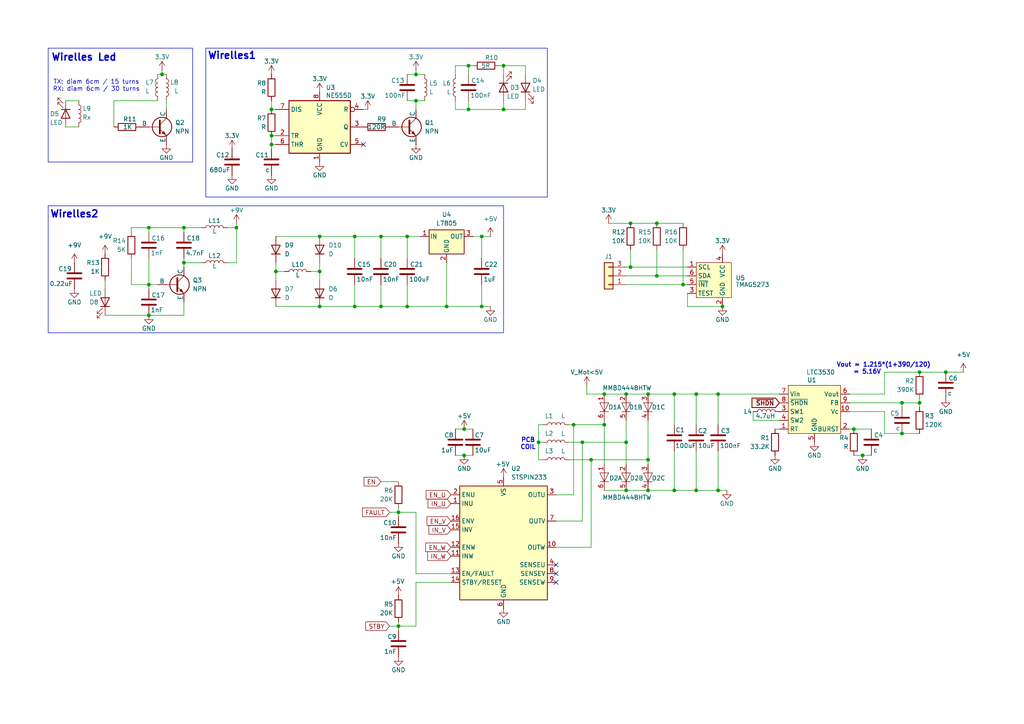
<source format=kicad_sch>
(kicad_sch (version 20231120) (generator "eeschema") (generator_version "8.0")
  (paper "A4")
  (lib_symbols
    (symbol "Connector_Generic:Conn_01x03" (pin_names (offset 1.016) hide)
      (property "Reference" "J" (at 0 5.08 0))
      (property "Value" "Conn_01x03" (at 0 -5.08 0))
      (symbol "Conn_01x03_1_1"
        (pin passive line (at -5.08 2.54 0) (length 3.81) (name "Pin_1") (number "1"))
        (pin passive line (at -5.08 0 0) (length 3.81) (name "Pin_2") (number "2"))
        (pin passive line (at -5.08 -2.54 0) (length 3.81) (name "Pin_3") (number "3"))
      )
    )
    (symbol "Device:C" (pin_numbers hide) (pin_names (offset 0.254))
      (property "Reference" "C" (at 0.635 2.54 0))
      (property "Value" "C" (at 0.635 -2.54 0))
      (symbol "C_1_1"
        (pin passive line (at 0 3.81 270) (length 2.794) (name "~") (number "1"))
        (pin passive line (at 0 -3.81 90) (length 2.794) (name "~") (number "2"))
      )
    )
    (symbol "Device:D" (pin_numbers hide) (pin_names (offset 1.016) hide)
      (property "Reference" "D" (at 0 2.54 0))
      (property "Value" "D" (at 0 -2.54 0))
      (symbol "D_1_1"
        (pin passive line (at -3.81 0 0) (length 2.54) (name "K") (number "1"))
        (pin passive line (at 3.81 0 180) (length 2.54) (name "A") (number "2"))
      )
    )
    (symbol "Device:L" (pin_numbers hide) (pin_names (offset 1.016) hide)
      (property "Reference" "L" (at -1.27 0 90))
      (property "Value" "L" (at 1.905 0 90))
      (symbol "L_1_1"
        (pin passive line (at 0 3.81 270) (length 1.27) (name "1") (number "1"))
        (pin passive line (at 0 -3.81 90) (length 1.27) (name "2") (number "2"))
      )
    )
    (symbol "Device:LED" (pin_numbers hide) (pin_names (offset 1.016) hide)
      (property "Reference" "D" (at 0 2.54 0))
      (property "Value" "LED" (at 0 -2.54 0))
      (symbol "LED_1_1"
        (pin passive line (at -3.81 0 0) (length 2.54) (name "K") (number "1"))
        (pin passive line (at 3.81 0 180) (length 2.54) (name "A") (number "2"))
      )
    )
    (symbol "Device:R" (pin_numbers hide) (pin_names (offset 0))
      (property "Reference" "R" (at 2.032 0 90))
      (property "Value" "R" (at 0 0 90))
      (symbol "R_1_1"
        (pin passive line (at 0 3.81 270) (length 1.27) (name "~") (number "1"))
        (pin passive line (at 0 -3.81 90) (length 1.27) (name "~") (number "2"))
      )
    )
    (symbol "Diode:MMBD4448HTW" (pin_names (offset 1.016) hide)
      (property "Reference" "D" (at 0 2.54 0))
      (property "Value" "MMBD4448HTW" (at 0 -2.54 0))
      (symbol "MMBD4448HTW_1_1"
        (pin passive line (at 3.81 0 180) (length 2.54) (name "A") (number "1"))
        (pin passive line (at -3.81 0 0) (length 2.54) (name "K") (number "6"))
      )
      (symbol "MMBD4448HTW_2_1"
        (pin passive line (at 3.81 0 180) (length 2.54) (name "A") (number "2"))
        (pin passive line (at -3.81 0 0) (length 2.54) (name "K") (number "5"))
      )
      (symbol "MMBD4448HTW_3_1"
        (pin passive line (at 3.81 0 180) (length 2.54) (name "A") (number "3"))
        (pin passive line (at -3.81 0 0) (length 2.54) (name "K") (number "4"))
      )
    )
    (symbol "Driver_Motor:STSPIN233"
      (property "Reference" "U" (at -12.7 16.51 0))
      (property "Value" "STSPIN233" (at 5.08 16.51 0))
      (symbol "STSPIN233_1_1"
        (pin input line (at -15.24 10.16 0) (length 2.54) (name "INU") (number "1"))
        (pin power_out line (at 15.24 -2.54 180) (length 2.54) (name "OUTW") (number "10"))
        (pin input line (at -15.24 -5.08 0) (length 2.54) (name "INW") (number "11"))
        (pin input line (at -15.24 -2.54 0) (length 2.54) (name "ENW") (number "12"))
        (pin bidirectional line (at -15.24 -10.16 0) (length 2.54) (name "EN/FAULT") (number "13"))
        (pin input line (at -15.24 -12.7 0) (length 2.54) (name "STBY/RESET") (number "14"))
        (pin input line (at -15.24 2.54 0) (length 2.54) (name "INV") (number "15"))
        (pin input line (at -15.24 5.08 0) (length 2.54) (name "ENV") (number "16"))
        (pin passive line (at 0 -20.32 90) (length 2.54) hide (name "GND") (number "17"))
        (pin input line (at -15.24 12.7 0) (length 2.54) (name "ENU") (number "2"))
        (pin power_out line (at 15.24 12.7 180) (length 2.54) (name "OUTU") (number "3"))
        (pin input line (at 15.24 -7.62 180) (length 2.54) (name "SENSEU") (number "4"))
        (pin power_in line (at 0 17.78 270) (length 2.54) (name "VS") (number "5"))
        (pin power_in line (at 0 -20.32 90) (length 2.54) (name "GND") (number "6"))
        (pin power_out line (at 15.24 5.08 180) (length 2.54) (name "OUTV") (number "7"))
        (pin input line (at 15.24 -10.16 180) (length 2.54) (name "SENSEV") (number "8"))
        (pin input line (at 15.24 -12.7 180) (length 2.54) (name "SENSEW") (number "9"))
      )
    )
    (symbol "Regulator_Linear:L7805" (pin_names (offset 0.254))
      (property "Reference" "U" (at -3.81 3.175 0))
      (property "Value" "L7805" (at 0 3.175 0))
      (symbol "L7805_1_1"
        (pin power_in line (at -7.62 0 0) (length 2.54) (name "IN") (number "1"))
        (pin power_in line (at 0 -7.62 90) (length 2.54) (name "GND") (number "2"))
        (pin power_out line (at 7.62 0 180) (length 2.54) (name "OUT") (number "3"))
      )
    )
    (symbol "Simulation_SPICE:NPN" (pin_numbers hide) (pin_names (offset 0))
      (property "Reference" "Q" (at -2.54 7.62 0))
      (property "Value" "NPN" (at -2.54 5.08 0))
      (symbol "NPN_1_1"
        (pin open_collector line (at 2.54 5.08 270) (length 2.54) (name "C") (number "1"))
        (pin input line (at -5.08 0 0) (length 2.54) (name "B") (number "2"))
        (pin open_emitter line (at 2.54 -5.08 90) (length 2.54) (name "E") (number "3"))
      )
    )
    (symbol "SmartwatchV3:LTC3530"
      (property "Reference" "U1" (at 4.826 7.874 0))
      (property "Value" "~" (at 0 7.62 0))
      (symbol "LTC3530_0_0"
        (pin unspecified line (at -10.16 -6.35 0) (length 2.54) (name "RT") (number "1"))
        (pin unspecified line (at 10.16 -1.27 180) (length 2.54) (name "Vc") (number "10"))
        (pin unspecified line (at 10.16 -6.35 180) (length 2.54) (name "BURST") (number "2"))
        (pin unspecified line (at -10.16 -1.27 0) (length 2.54) (name "SW1") (number "3"))
        (pin unspecified line (at -10.16 -3.81 0) (length 2.54) (name "SW2") (number "4"))
        (pin unspecified line (at 0 -10.16 90) (length 2.54) (name "GND") (number "5"))
        (pin unspecified line (at 10.16 3.81 180) (length 2.54) (name "Vout") (number "6"))
        (pin unspecified line (at -10.16 3.81 0) (length 2.54) (name "Vin") (number "7"))
        (pin unspecified line (at -10.16 1.27 0) (length 2.54) (name "~{SHDN}") (number "8"))
        (pin unspecified line (at 10.16 1.27 180) (length 2.54) (name "FB") (number "9"))
      )
    )
    (symbol "SmartwatchV4:TMAG5273"
      (property "Reference" "U" (at 5.08 6.35 0))
      (symbol "TMAG5273_0_0"
        (pin unspecified line (at -7.62 3.81 0) (length 2.54) (name "SCL") (number "1"))
        (pin unspecified line (at 2.54 -7.62 90) (length 2.54) (name "GND") (number "2"))
        (pin unspecified line (at -7.62 -3.81 0) (length 2.54) (name "TEST") (number "3"))
        (pin unspecified line (at 2.54 7.62 270) (length 2.54) (name "VCC") (number "4"))
        (pin unspecified line (at -7.62 -1.27 0) (length 2.54) (name "~{INT}") (number "5"))
        (pin unspecified line (at -7.62 1.27 0) (length 2.54) (name "SDA") (number "6"))
      )
    )
    (symbol "Timer:NE555D"
      (property "Reference" "U3" (at 3.556 12.446 0))
      (property "Value" "NE555D" (at 3.556 10.16 0))
      (symbol "NE555D_0_0"
        (pin power_in line (at 0 -10.16 90) (length 2.54) (name "GND") (number "1"))
        (pin power_in line (at 0 10.16 270) (length 2.54) (name "VCC") (number "8"))
      )
      (symbol "NE555D_1_1"
        (pin input line (at -12.7 -2.54 0) (length 3.81) (name "TR") (number "2"))
        (pin output line (at 12.7 0 180) (length 3.81) (name "Q") (number "3"))
        (pin input inverted (at 12.7 5.08 180) (length 3.81) (name "R") (number "4"))
        (pin input line (at 12.7 -5.08 180) (length 3.81) (name "CV") (number "5"))
        (pin input line (at -12.7 -5.08 0) (length 3.81) (name "THR") (number "6"))
        (pin input line (at -12.7 5.08 0) (length 3.81) (name "DIS") (number "7"))
      )
    )
    (symbol "power:+5V" (power) (pin_numbers hide) (pin_names (offset 0) hide)
      (property "Value" "+5V" (at 0 3.556 0))
      (symbol "+5V_1_1"
        (pin power_in line (at 0 0 90) (length 0) (name "~") (number "1"))
      )
    )
    (symbol "power:+9V" (power) (pin_numbers hide) (pin_names (offset 0) hide)
      (property "Value" "+9V" (at 0 3.556 0))
      (symbol "+9V_1_1"
        (pin power_in line (at 0 0 90) (length 0) (name "~") (number "1"))
      )
    )
    (symbol "power:GND" (power) (pin_numbers hide) (pin_names (offset 0) hide)
      (property "Value" "GND" (at 0 -3.81 0))
      (symbol "GND_1_1"
        (pin power_in line (at 0 0 270) (length 0) (name "~") (number "1"))
      )
    )
    (symbol "power:VAA" (power) (pin_numbers hide) (pin_names (offset 0) hide)
      (property "Value" "VAA" (at 0 3.556 0))
      (symbol "VAA_1_1"
        (pin power_in line (at 0 0 90) (length 0) (name "~") (number "1"))
      )
    )
  )
  (junction (at 181.61 114.3))
  (junction (at 195.58 114.3))
  (junction (at 46.99 21.59))
  (junction (at 181.61 142.24))
  (junction (at 134.62 124.46))
  (junction (at 78.74 39.37))
  (junction (at 182.88 77.47))
  (junction (at 195.58 142.24))
  (junction (at 208.28 114.3))
  (junction (at 92.71 68.58))
  (junction (at 68.58 66.04))
  (junction (at 190.5 64.77))
  (junction (at 198.12 82.55))
  (junction (at 115.57 181.61))
  (junction (at 187.96 114.3))
  (junction (at 110.49 88.9))
  (junction (at 175.26 114.3))
  (junction (at 187.96 133.35))
  (junction (at 120.65 21.59))
  (junction (at 182.88 64.77))
  (junction (at 187.96 142.24))
  (junction (at 139.7 68.58))
  (junction (at 43.18 82.55))
  (junction (at 135.89 19.05))
  (junction (at 250.19 132.08))
  (junction (at 92.71 88.9))
  (junction (at 135.89 31.75))
  (junction (at 129.54 88.9))
  (junction (at 92.71 78.74))
  (junction (at 201.93 142.24))
  (junction (at 208.28 142.24))
  (junction (at 261.62 125.73))
  (junction (at 120.65 29.21))
  (junction (at 261.62 116.84))
  (junction (at 102.87 68.58))
  (junction (at 102.87 88.9))
  (junction (at 156.21 128.27))
  (junction (at 274.32 107.95))
  (junction (at 190.5 80.01))
  (junction (at 266.7 107.95))
  (junction (at 53.34 66.04))
  (junction (at 43.18 91.44))
  (junction (at 53.34 76.2))
  (junction (at 181.61 128.27))
  (junction (at 266.7 116.84))
  (junction (at 78.74 41.91))
  (junction (at 209.55 88.9))
  (junction (at 146.05 19.05))
  (junction (at 166.37 123.19))
  (junction (at 247.65 124.46))
  (junction (at 118.11 88.9))
  (junction (at 115.57 148.59))
  (junction (at 43.18 66.04))
  (junction (at 110.49 68.58))
  (junction (at 139.7 88.9))
  (junction (at 171.45 133.35))
  (junction (at 146.05 31.75))
  (junction (at 175.26 123.19))
  (junction (at 201.93 114.3))
  (junction (at 78.74 31.75))
  (junction (at 118.11 68.58))
  (junction (at 168.91 128.27))
  (junction (at 80.01 78.74))
  (junction (at 134.62 132.08))
  (no_connect (at 161.29 168.91))
  (no_connect (at 161.29 166.37))
  (no_connect (at 105.41 41.91))
  (no_connect (at 161.29 163.83))
  (wire (pts (xy 115.57 180.34) (xy 115.57 181.61)))
  (wire (pts (xy 80.01 78.74) (xy 82.55 78.74)))
  (wire (pts (xy 144.78 19.05) (xy 146.05 19.05)))
  (wire (pts (xy 68.58 64.77) (xy 68.58 66.04)))
  (wire (pts (xy 175.26 121.92) (xy 175.26 123.19)))
  (wire (pts (xy 113.03 181.61) (xy 115.57 181.61)))
  (wire (pts (xy 156.21 123.19) (xy 156.21 128.27)))
  (wire (pts (xy 110.49 82.55) (xy 110.49 88.9)))
  (wire (pts (xy 33.02 29.21) (xy 33.02 36.83)))
  (wire (pts (xy 156.21 128.27) (xy 157.48 128.27)))
  (wire (pts (xy 120.65 166.37) (xy 130.81 166.37)))
  (wire (pts (xy 132.08 31.75) (xy 132.08 29.21)))
  (wire (pts (xy 115.57 181.61) (xy 115.57 182.88)))
  (wire (pts (xy 218.44 119.38) (xy 218.44 121.92)))
  (wire (pts (xy 139.7 74.93) (xy 139.7 68.58)))
  (wire (pts (xy 176.53 64.77) (xy 182.88 64.77)))
  (wire (pts (xy 218.44 121.92) (xy 226.06 121.92)))
  (wire (pts (xy 181.61 142.24) (xy 187.96 142.24)))
  (wire (pts (xy 132.08 124.46) (xy 134.62 124.46)))
  (wire (pts (xy 135.89 31.75) (xy 146.05 31.75)))
  (wire (pts (xy 53.34 74.93) (xy 53.34 76.2)))
  (wire (pts (xy 152.4 31.75) (xy 152.4 29.21)))
  (wire (pts (xy 118.11 21.59) (xy 120.65 21.59)))
  (wire (pts (xy 120.65 181.61) (xy 115.57 181.61)))
  (wire (pts (xy 198.12 72.39) (xy 198.12 82.55)))
  (wire (pts (xy 115.57 148.59) (xy 120.65 148.59)))
  (wire (pts (xy 261.62 116.84) (xy 261.62 118.11)))
  (wire (pts (xy 135.89 21.59) (xy 135.89 19.05)))
  (wire (pts (xy 187.96 133.35) (xy 187.96 134.62)))
  (wire (pts (xy 45.72 82.55) (xy 43.18 82.55)))
  (wire (pts (xy 43.18 83.82) (xy 43.18 82.55)))
  (wire (pts (xy 38.1 67.31) (xy 38.1 66.04)))
  (wire (pts (xy 156.21 128.27) (xy 156.21 133.35)))
  (wire (pts (xy 92.71 78.74) (xy 92.71 81.28)))
  (wire (pts (xy 175.26 114.3) (xy 181.61 114.3)))
  (wire (pts (xy 168.91 128.27) (xy 181.61 128.27)))
  (wire (pts (xy 134.62 132.08) (xy 137.16 132.08)))
  (wire (pts (xy 102.87 68.58) (xy 92.71 68.58)))
  (wire (pts (xy 78.74 29.21) (xy 78.74 31.75)))
  (wire (pts (xy 146.05 19.05) (xy 146.05 21.59)))
  (wire (pts (xy 90.17 78.74) (xy 92.71 78.74)))
  (wire (pts (xy 181.61 82.55) (xy 198.12 82.55)))
  (wire (pts (xy 139.7 68.58) (xy 137.16 68.58)))
  (wire (pts (xy 195.58 130.81) (xy 195.58 142.24)))
  (wire (pts (xy 135.89 31.75) (xy 135.89 29.21)))
  (wire (pts (xy 261.62 116.84) (xy 266.7 116.84)))
  (wire (pts (xy 110.49 139.7) (xy 115.57 139.7)))
  (wire (pts (xy 195.58 114.3) (xy 187.96 114.3)))
  (wire (pts (xy 208.28 130.81) (xy 208.28 142.24)))
  (wire (pts (xy 170.18 111.76) (xy 170.18 114.3)))
  (wire (pts (xy 53.34 87.63) (xy 53.34 91.44)))
  (wire (pts (xy 256.54 125.73) (xy 261.62 125.73)))
  (wire (pts (xy 53.34 66.04) (xy 58.42 66.04)))
  (wire (pts (xy 102.87 74.93) (xy 102.87 68.58)))
  (wire (pts (xy 256.54 114.3) (xy 246.38 114.3)))
  (wire (pts (xy 80.01 68.58) (xy 92.71 68.58)))
  (wire (pts (xy 208.28 123.19) (xy 208.28 114.3)))
  (wire (pts (xy 198.12 82.55) (xy 199.39 82.55)))
  (wire (pts (xy 208.28 114.3) (xy 226.06 114.3)))
  (wire (pts (xy 118.11 82.55) (xy 118.11 88.9)))
  (wire (pts (xy 43.18 82.55) (xy 43.18 74.93)))
  (wire (pts (xy 118.11 88.9) (xy 110.49 88.9)))
  (wire (pts (xy 156.21 123.19) (xy 157.48 123.19)))
  (wire (pts (xy 110.49 68.58) (xy 102.87 68.58)))
  (wire (pts (xy 53.34 76.2) (xy 53.34 77.47)))
  (wire (pts (xy 247.65 124.46) (xy 252.73 124.46)))
  (wire (pts (xy 120.65 148.59) (xy 120.65 166.37)))
  (wire (pts (xy 66.04 66.04) (xy 68.58 66.04)))
  (wire (pts (xy 19.05 36.83) (xy 22.86 36.83)))
  (wire (pts (xy 102.87 82.55) (xy 102.87 88.9)))
  (wire (pts (xy 166.37 123.19) (xy 175.26 123.19)))
  (wire (pts (xy 201.93 114.3) (xy 195.58 114.3)))
  (wire (pts (xy 129.54 76.2) (xy 129.54 88.9)))
  (wire (pts (xy 92.71 76.2) (xy 92.71 78.74)))
  (wire (pts (xy 187.96 121.92) (xy 187.96 133.35)))
  (wire (pts (xy 48.26 21.59) (xy 46.99 21.59)))
  (wire (pts (xy 256.54 119.38) (xy 246.38 119.38)))
  (wire (pts (xy 53.34 76.2) (xy 58.42 76.2)))
  (wire (pts (xy 115.57 148.59) (xy 115.57 147.32)))
  (wire (pts (xy 256.54 125.73) (xy 256.54 119.38)))
  (wire (pts (xy 165.1 133.35) (xy 171.45 133.35)))
  (wire (pts (xy 102.87 88.9) (xy 92.71 88.9)))
  (wire (pts (xy 113.03 148.59) (xy 115.57 148.59)))
  (wire (pts (xy 171.45 133.35) (xy 187.96 133.35)))
  (wire (pts (xy 195.58 142.24) (xy 187.96 142.24)))
  (wire (pts (xy 201.93 114.3) (xy 201.93 123.19)))
  (wire (pts (xy 250.19 132.08) (xy 252.73 132.08)))
  (wire (pts (xy 165.1 123.19) (xy 166.37 123.19)))
  (wire (pts (xy 120.65 20.32) (xy 120.65 21.59)))
  (wire (pts (xy 46.99 20.32) (xy 46.99 21.59)))
  (wire (pts (xy 38.1 82.55) (xy 38.1 74.93)))
  (wire (pts (xy 210.82 142.24) (xy 208.28 142.24)))
  (wire (pts (xy 118.11 74.93) (xy 118.11 68.58)))
  (wire (pts (xy 30.48 91.44) (xy 43.18 91.44)))
  (wire (pts (xy 246.38 116.84) (xy 261.62 116.84)))
  (wire (pts (xy 175.26 142.24) (xy 181.61 142.24)))
  (wire (pts (xy 161.29 158.75) (xy 171.45 158.75)))
  (wire (pts (xy 19.05 29.21) (xy 22.86 29.21)))
  (wire (pts (xy 181.61 121.92) (xy 181.61 128.27)))
  (wire (pts (xy 190.5 72.39) (xy 190.5 80.01)))
  (wire (pts (xy 247.65 124.46) (xy 246.38 124.46)))
  (wire (pts (xy 256.54 107.95) (xy 256.54 114.3)))
  (wire (pts (xy 80.01 88.9) (xy 92.71 88.9)))
  (wire (pts (xy 66.04 76.2) (xy 68.58 76.2)))
  (wire (pts (xy 106.68 31.75) (xy 105.41 31.75)))
  (wire (pts (xy 80.01 76.2) (xy 80.01 78.74)))
  (wire (pts (xy 132.08 132.08) (xy 134.62 132.08)))
  (wire (pts (xy 146.05 19.05) (xy 152.4 19.05)))
  (wire (pts (xy 139.7 82.55) (xy 139.7 88.9)))
  (wire (pts (xy 195.58 123.19) (xy 195.58 114.3)))
  (wire (pts (xy 43.18 67.31) (xy 43.18 66.04)))
  (wire (pts (xy 190.5 80.01) (xy 199.39 80.01)))
  (wire (pts (xy 53.34 91.44) (xy 43.18 91.44)))
  (wire (pts (xy 247.65 132.08) (xy 250.19 132.08)))
  (wire (pts (xy 175.26 123.19) (xy 175.26 134.62)))
  (wire (pts (xy 181.61 114.3) (xy 187.96 114.3)))
  (wire (pts (xy 256.54 107.95) (xy 266.7 107.95)))
  (wire (pts (xy 137.16 19.05) (xy 135.89 19.05)))
  (wire (pts (xy 142.24 88.9) (xy 139.7 88.9)))
  (wire (pts (xy 261.62 125.73) (xy 266.7 125.73)))
  (wire (pts (xy 121.92 68.58) (xy 118.11 68.58)))
  (wire (pts (xy 146.05 31.75) (xy 146.05 29.21)))
  (wire (pts (xy 199.39 88.9) (xy 199.39 85.09)))
  (wire (pts (xy 38.1 82.55) (xy 43.18 82.55)))
  (wire (pts (xy 78.74 39.37) (xy 80.01 39.37)))
  (wire (pts (xy 78.74 31.75) (xy 80.01 31.75)))
  (wire (pts (xy 45.72 29.21) (xy 33.02 29.21)))
  (wire (pts (xy 146.05 31.75) (xy 152.4 31.75)))
  (wire (pts (xy 168.91 151.13) (xy 168.91 128.27)))
  (wire (pts (xy 118.11 29.21) (xy 120.65 29.21)))
  (wire (pts (xy 170.18 114.3) (xy 175.26 114.3)))
  (wire (pts (xy 53.34 66.04) (xy 43.18 66.04)))
  (wire (pts (xy 132.08 19.05) (xy 135.89 19.05)))
  (wire (pts (xy 134.62 124.46) (xy 137.16 124.46)))
  (wire (pts (xy 132.08 21.59) (xy 132.08 19.05)))
  (wire (pts (xy 224.79 124.46) (xy 226.06 124.46)))
  (wire (pts (xy 171.45 158.75) (xy 171.45 133.35)))
  (wire (pts (xy 46.99 21.59) (xy 45.72 21.59)))
  (wire (pts (xy 266.7 116.84) (xy 266.7 115.57)))
  (wire (pts (xy 161.29 151.13) (xy 168.91 151.13)))
  (wire (pts (xy 80.01 78.74) (xy 80.01 81.28)))
  (wire (pts (xy 53.34 67.31) (xy 53.34 66.04)))
  (wire (pts (xy 110.49 88.9) (xy 102.87 88.9)))
  (wire (pts (xy 161.29 143.51) (xy 166.37 143.51)))
  (wire (pts (xy 120.65 168.91) (xy 130.81 168.91)))
  (wire (pts (xy 181.61 77.47) (xy 182.88 77.47)))
  (wire (pts (xy 118.11 68.58) (xy 110.49 68.58)))
  (wire (pts (xy 181.61 80.01) (xy 190.5 80.01)))
  (wire (pts (xy 48.26 29.21) (xy 48.26 31.75)))
  (wire (pts (xy 129.54 88.9) (xy 118.11 88.9)))
  (wire (pts (xy 132.08 31.75) (xy 135.89 31.75)))
  (wire (pts (xy 165.1 128.27) (xy 168.91 128.27)))
  (wire (pts (xy 30.48 83.82) (xy 30.48 81.28)))
  (wire (pts (xy 195.58 142.24) (xy 201.93 142.24)))
  (wire (pts (xy 152.4 19.05) (xy 152.4 21.59)))
  (wire (pts (xy 182.88 72.39) (xy 182.88 77.47)))
  (wire (pts (xy 139.7 88.9) (xy 129.54 88.9)))
  (wire (pts (xy 120.65 21.59) (xy 123.19 21.59)))
  (wire (pts (xy 208.28 142.24) (xy 201.93 142.24)))
  (wire (pts (xy 120.65 29.21) (xy 120.65 31.75)))
  (wire (pts (xy 208.28 114.3) (xy 201.93 114.3)))
  (wire (pts (xy 156.21 133.35) (xy 157.48 133.35)))
  (wire (pts (xy 142.24 68.58) (xy 139.7 68.58)))
  (wire (pts (xy 266.7 107.95) (xy 274.32 107.95)))
  (wire (pts (xy 80.01 41.91) (xy 78.74 41.91)))
  (wire (pts (xy 279.4 107.95) (xy 274.32 107.95)))
  (wire (pts (xy 266.7 118.11) (xy 266.7 116.84)))
  (wire (pts (xy 115.57 149.86) (xy 115.57 148.59)))
  (wire (pts (xy 182.88 64.77) (xy 190.5 64.77)))
  (wire (pts (xy 110.49 74.93) (xy 110.49 68.58)))
  (wire (pts (xy 181.61 128.27) (xy 181.61 134.62)))
  (wire (pts (xy 120.65 29.21) (xy 123.19 29.21)))
  (wire (pts (xy 38.1 66.04) (xy 43.18 66.04)))
  (wire (pts (xy 209.55 88.9) (xy 199.39 88.9)))
  (wire (pts (xy 182.88 77.47) (xy 199.39 77.47)))
  (wire (pts (xy 78.74 43.18) (xy 78.74 41.91)))
  (wire (pts (xy 201.93 130.81) (xy 201.93 142.24)))
  (wire (pts (xy 190.5 64.77) (xy 198.12 64.77)))
  (wire (pts (xy 120.65 168.91) (xy 120.65 181.61)))
  (wire (pts (xy 78.74 41.91) (xy 78.74 39.37)))
  (wire (pts (xy 166.37 143.51) (xy 166.37 123.19)))
  (wire (pts (xy 68.58 76.2) (xy 68.58 66.04)))
  (rectangle (start 13.97 13.97) (end 55.88 46.99))
  (rectangle (start 59.69 13.97) (end 158.75 57.15))
  (rectangle (start 13.97 59.69) (end 146.05 96.52))
  (text "Wirelles2" (at 21.59 62.23 0) (effects (font (size 2.032 2.032) (thickness 0.4064) (bold yes))))
  (text "TX: diam 6cm / 15 turns\nRX: diam 6cm / 30 turns" (at 27.94 24.892 0) (effects (font (size 1.27 1.27))))
  (text "Wirelles Led" (at 24.384 16.764 0) (effects (font (size 2.032 2.032) (thickness 0.4064) (bold yes))))
  (text "Vout = 1.215*(1+390/120)\n     = 5.16V" (at 242.57 106.934 0) (effects (font (size 1.27 1.27) (bold yes)) (justify left)))
  (text "PCB\nCOIL" (at 153.162 128.778 0) (effects (font (size 1.27 1.27) (thickness 0.254) (bold yes))))
  (text "Wirelles1" (at 67.31 16.256 0) (effects (font (size 2.032 2.032) (thickness 0.4064) (bold yes))))
  (global_label "IN_U" (shape input) (at 130.81 146.05 180) (property "Intersheetrefs" "${INTERSHEET_REFS}" (effects (hide yes))))
  (global_label "IN_V" (shape input) (at 130.81 153.67 180) (property "Intersheetrefs" "${INTERSHEET_REFS}" (effects (hide yes))))
  (global_label "STBY" (shape input) (at 113.03 181.61 180) (property "Intersheetrefs" "${INTERSHEET_REFS}" (effects (hide yes))))
  (global_label "IN_W" (shape input) (at 130.81 161.29 180) (property "Intersheetrefs" "${INTERSHEET_REFS}" (effects (hide yes))))
  (global_label "EN" (shape input) (at 110.49 139.7 180) (property "Intersheetrefs" "${INTERSHEET_REFS}" (effects (hide yes))))
  (global_label "EN_W" (shape input) (at 130.81 158.75 180) (property "Intersheetrefs" "${INTERSHEET_REFS}" (effects (hide yes))))
  (global_label "~{SHDN}" (shape input) (at 226.06 116.84 180) (effects (font (bold yes))) (property "Intersheetrefs" "${INTERSHEET_REFS}" (effects (hide yes))))
  (global_label "EN_U" (shape input) (at 130.81 143.51 180) (property "Intersheetrefs" "${INTERSHEET_REFS}" (effects (hide yes))))
  (global_label "EN_V" (shape input) (at 130.81 151.13 180) (property "Intersheetrefs" "${INTERSHEET_REFS}" (effects (hide yes))))
  (global_label "FAULT" (shape input) (at 113.03 148.59 180) (property "Intersheetrefs" "${INTERSHEET_REFS}" (effects (hide yes))))
  (symbol (lib_id "Device:C") (at 208.28 127 0) (unit 1)
    (property "Reference" "C3" (at 209.042 124.968 0) (effects (justify left)))
    (property "Value" "100nF" (at 208.788 129.286 0) (effects (justify left)))
    (property "Footprint" "Capacitor_SMD:C_0402_1005Metric_Pad0.74x0.62mm_HandSolder" (effects (hide yes)))
    (property "Description" "Unpolarized capacitor" (effects (hide yes)))
  )
  (symbol (lib_id "Device:D") (at 92.71 72.39 90) (unit 1)
    (property "Reference" "D10" (at 95.25 71.1199 90) (effects (justify right)))
    (property "Value" "D" (at 95.25 73.6599 90) (effects (justify right)))
    (property "Description" "Diode" (effects (hide yes)))
    (property "Sim.Device" "D" (effects (hide yes)))
    (property "Sim.Pins" "1=K 2=A" (effects (hide yes)))
  )
  (symbol (lib_id "Device:C") (at 21.59 80.01 0) (mirror y) (unit 1)
    (property "Reference" "C19" (at 20.828 77.978 0) (effects (justify left)))
    (property "Value" "0.22uF" (at 21.082 82.296 0) (effects (justify left)))
    (property "Footprint" "Capacitor_SMD:C_0402_1005Metric_Pad0.74x0.62mm_HandSolder" (effects (hide yes)))
    (property "Description" "Unpolarized capacitor" (effects (hide yes)))
  )
  (symbol (lib_id "power:+5V") (at 115.57 172.72 0) (unit 1)
    (property "Reference" "#PWR016" (effects (hide yes)))
    (property "Value" "+5V" (at 115.316 168.656 0))
    (property "Description" "Power symbol creates a global label with name \"+5V\"" (effects (hide yes)))
  )
  (symbol (lib_id "power:VAA") (at 170.18 111.76 0) (unit 1)
    (property "Reference" "#PWR06" (effects (hide yes)))
    (property "Value" "V_Mot<5V" (at 170.18 107.95 0))
    (property "Description" "Power symbol creates a global label with name \"VAA\"" (effects (hide yes)))
  )
  (symbol (lib_id "Device:L") (at 161.29 128.27 90) (unit 1)
    (property "Reference" "L2" (at 159.258 125.73 90))
    (property "Value" "L" (at 163.322 125.73 90))
    (property "Description" "Inductor" (effects (hide yes)))
  )
  (symbol (lib_id "Device:L") (at 161.29 133.35 90) (unit 1)
    (property "Reference" "L3" (at 159.258 130.81 90))
    (property "Value" "L" (at 163.322 130.81 90))
    (property "Description" "Inductor" (effects (hide yes)))
  )
  (symbol (lib_id "Device:C") (at 261.62 121.92 0) (mirror y) (unit 1)
    (property "Reference" "C5" (at 260.858 119.888 0) (effects (justify left)))
    (property "Value" "c" (at 261.112 124.206 0) (effects (justify left)))
    (property "Footprint" "Capacitor_SMD:C_0402_1005Metric_Pad0.74x0.62mm_HandSolder" (effects (hide yes)))
    (property "Description" "Unpolarized capacitor" (effects (hide yes)))
  )
  (symbol (lib_id "Device:C") (at 53.34 71.12 0) (unit 1)
    (property "Reference" "C18" (at 54.102 69.088 0) (effects (justify left)))
    (property "Value" "4.7nF" (at 53.848 73.406 0) (effects (justify left)))
    (property "Footprint" "Capacitor_SMD:C_0402_1005Metric_Pad0.74x0.62mm_HandSolder" (effects (hide yes)))
    (property "Description" "Unpolarized capacitor" (effects (hide yes)))
  )
  (symbol (lib_id "Device:C") (at 137.16 128.27 0) (unit 1)
    (property "Reference" "C7" (at 137.668 126.238 0) (effects (justify left)))
    (property "Value" "10uF" (at 137.668 130.556 0) (effects (justify left)))
    (property "Footprint" "Capacitor_SMD:C_0603_1608Metric_Pad1.08x0.95mm_HandSolder" (effects (hide yes)))
    (property "Description" "Unpolarized capacitor" (effects (hide yes)))
  )
  (symbol (lib_id "Connector_Generic:Conn_01x03") (at 176.53 80.01 180) (unit 1)
    (property "Reference" "J1" (at 176.53 74.422 0))
    (property "Value" "Conn_01x03" (effects (hide yes)))
    (property "Description" "Generic connector, single row, 01x03, script generated (kicad-library-utils/schlib/autogen/connector/)" (effects (hide yes)))
  )
  (symbol (lib_id "power:+5V") (at 120.65 20.32 0) (unit 1)
    (property "Reference" "#PWR023" (effects (hide yes)))
    (property "Value" "3.3V" (at 120.65 16.51 0))
    (property "Description" "Power symbol creates a global label with name \"+5V\"" (effects (hide yes)))
  )
  (symbol (lib_id "power:+9V") (at 30.48 73.66 0) (unit 1)
    (property "Reference" "#PWR027" (effects (hide yes)))
    (property "Value" "+9V" (at 30.48 68.58 0))
    (property "Description" "Power symbol creates a global label with name \"+9V\"" (effects (hide yes)))
  )
  (symbol (lib_id "Device:C") (at 115.57 186.69 0) (mirror y) (unit 1)
    (property "Reference" "C9" (at 115.062 184.658 0) (effects (justify left)))
    (property "Value" "1nF" (at 115.062 188.976 0) (effects (justify left)))
    (property "Footprint" "Capacitor_SMD:C_0402_1005Metric_Pad0.74x0.62mm_HandSolder" (effects (hide yes)))
    (property "Description" "Unpolarized capacitor" (effects (hide yes)))
  )
  (symbol (lib_id "Device:L") (at 22.86 33.02 0) (unit 1) (on_board no)
    (property "Reference" "L9" (at 26.416 31.496 0) (effects (justify right)))
    (property "Value" "Rx" (at 26.416 34.036 0) (effects (justify right)))
    (property "Description" "Inductor" (effects (hide yes)))
  )
  (symbol (lib_id "Device:C") (at 274.32 111.76 0) (unit 1)
    (property "Reference" "C6" (at 275.082 109.728 0) (effects (justify left)))
    (property "Value" "c" (at 274.828 114.046 0) (effects (justify left)))
    (property "Footprint" "Capacitor_SMD:C_0402_1005Metric_Pad0.74x0.62mm_HandSolder" (effects (hide yes)))
    (property "Description" "Unpolarized capacitor" (effects (hide yes)))
  )
  (symbol (lib_id "power:+5V") (at 142.24 68.58 0) (unit 1)
    (property "Reference" "#PWR032" (effects (hide yes)))
    (property "Value" "+5V" (at 142.24 63.5 0))
    (property "Description" "Power symbol creates a global label with name \"+5V\"" (effects (hide yes)))
  )
  (symbol (lib_id "Diode:MMBD4448HTW") (at 187.96 138.43 270) (mirror x) (unit 3)
    (property "Reference" "D2" (at 191.008 138.684 90))
    (property "Value" "MMBD4448HTW" (effects (hide yes)))
    (property "Footprint" "Package_TO_SOT_SMD:SOT-363_SC-70-6" (effects (hide yes)))
    (property "Datasheet" "http://www.diodes.com/datasheets/ds30153.pdf" (effects (hide yes)))
    (property "Description" "Fast switching diode array 3 independent" (effects (hide yes)))
  )
  (symbol (lib_id "Device:R") (at 140.97 19.05 270) (mirror x) (unit 1)
    (property "Reference" "R10" (at 144.526 16.764 90) (effects (justify right)))
    (property "Value" "5R" (at 142.24 19.05 90) (effects (justify right)))
    (property "Footprint" "Resistor_SMD:R_0402_1005Metric_Pad0.72x0.64mm_HandSolder" (effects (hide yes)))
    (property "Description" "Resistor" (effects (hide yes)))
  )
  (symbol (lib_id "Device:R") (at 266.7 111.76 0) (mirror x) (unit 1)
    (property "Reference" "R2" (at 265.176 110.49 0) (effects (justify right)))
    (property "Value" "390K" (at 265.176 113.03 0) (effects (justify right)))
    (property "Footprint" "Resistor_SMD:R_0402_1005Metric_Pad0.72x0.64mm_HandSolder" (effects (hide yes)))
    (property "Description" "Resistor" (effects (hide yes)))
  )
  (symbol (lib_id "Device:C") (at 43.18 71.12 0) (unit 1)
    (property "Reference" "C16" (at 43.942 69.088 0) (effects (justify left)))
    (property "Value" "1nF" (at 43.688 73.406 0) (effects (justify left)))
    (property "Footprint" "Capacitor_SMD:C_0402_1005Metric_Pad0.74x0.62mm_HandSolder" (effects (hide yes)))
    (property "Description" "Unpolarized capacitor" (effects (hide yes)))
  )
  (symbol (lib_id "power:GND") (at 67.31 50.8 0) (unit 1)
    (property "Reference" "#PWR019" (effects (hide yes)))
    (property "Value" "GND" (at 67.31 54.61 0))
    (property "Description" "Power symbol creates a global label with name \"GND\" , ground" (effects (hide yes)))
  )
  (symbol (lib_id "power:GND") (at 210.82 142.24 0) (unit 1)
    (property "Reference" "#PWR01" (effects (hide yes)))
    (property "Value" "GND" (at 210.82 146.05 0))
    (property "Description" "Power symbol creates a global label with name \"GND\" , ground" (effects (hide yes)))
  )
  (symbol (lib_id "Device:D") (at 92.71 85.09 90) (unit 1)
    (property "Reference" "D6" (at 95.25 83.8199 90) (effects (justify right)))
    (property "Value" "D" (at 95.25 86.3599 90) (effects (justify right)))
    (property "Description" "Diode" (effects (hide yes)))
    (property "Sim.Device" "D" (effects (hide yes)))
    (property "Sim.Pins" "1=K 2=A" (effects (hide yes)))
  )
  (symbol (lib_id "power:+5V") (at 209.55 73.66 0) (unit 1)
    (property "Reference" "#PWR034" (effects (hide yes)))
    (property "Value" "3.3V" (at 209.55 69.85 0))
    (property "Description" "Power symbol creates a global label with name \"+5V\"" (effects (hide yes)))
  )
  (symbol (lib_id "power:GND") (at 115.57 157.48 0) (unit 1)
    (property "Reference" "#PWR014" (effects (hide yes)))
    (property "Value" "GND" (at 115.57 161.29 0))
    (property "Description" "Power symbol creates a global label with name \"GND\" , ground" (effects (hide yes)))
  )
  (symbol (lib_id "Device:C") (at 78.74 46.99 0) (mirror y) (unit 1)
    (property "Reference" "C11" (at 77.978 44.958 0) (effects (justify left)))
    (property "Value" "c" (at 78.232 49.276 0) (effects (justify left)))
    (property "Footprint" "Capacitor_SMD:C_0402_1005Metric_Pad0.74x0.62mm_HandSolder" (effects (hide yes)))
    (property "Description" "Unpolarized capacitor" (effects (hide yes)))
  )
  (symbol (lib_id "Regulator_Linear:L7805") (at 129.54 68.58 0) (unit 1)
    (property "Reference" "U4" (at 129.54 62.23 0))
    (property "Value" "L7805" (at 129.54 64.77 0))
    (property "Datasheet" "http://www.st.com/content/ccc/resource/technical/document/datasheet/41/4f/b3/b0/12/d4/47/88/CD00000444.pdf/files/CD00000444.pdf/jcr:content/translations/en.CD00000444.pdf" (effects (hide yes)))
    (property "Description" "Positive 1.5A 35V Linear Regulator, Fixed Output 5V, TO-220/TO-263/TO-252" (effects (hide yes)))
  )
  (symbol (lib_id "Diode:MMBD4448HTW") (at 187.96 118.11 270) (mirror x) (unit 3)
    (property "Reference" "D1" (at 191.008 118.11 90))
    (property "Value" "MMBD4448HTW" (effects (hide yes)))
    (property "Footprint" "Package_TO_SOT_SMD:SOT-363_SC-70-6" (effects (hide yes)))
    (property "Datasheet" "http://www.diodes.com/datasheets/ds30153.pdf" (effects (hide yes)))
    (property "Description" "Fast switching diode array 3 independent" (effects (hide yes)))
  )
  (symbol (lib_id "Device:R") (at 78.74 35.56 0) (mirror x) (unit 1)
    (property "Reference" "R7" (at 77.216 34.29 0) (effects (justify right)))
    (property "Value" "R" (at 77.216 36.83 0) (effects (justify right)))
    (property "Footprint" "Resistor_SMD:R_0402_1005Metric_Pad0.72x0.64mm_HandSolder" (effects (hide yes)))
    (property "Description" "Resistor" (effects (hide yes)))
  )
  (symbol (lib_id "Device:C") (at 118.11 25.4 0) (mirror y) (unit 1)
    (property "Reference" "C13" (at 117.348 23.368 0) (effects (justify left)))
    (property "Value" "100nF" (at 117.602 27.686 0) (effects (justify left)))
    (property "Footprint" "Capacitor_SMD:C_0402_1005Metric_Pad0.74x0.62mm_HandSolder" (effects (hide yes)))
    (property "Description" "Unpolarized capacitor" (effects (hide yes)))
  )
  (symbol (lib_id "Device:L") (at 222.25 119.38 90) (unit 1)
    (property "Reference" "L4" (at 216.916 119.38 90))
    (property "Value" "4.7uH" (at 221.996 120.65 90))
    (property "Description" "Inductor" (effects (hide yes)))
  )
  (symbol (lib_id "power:GND") (at 146.05 176.53 0) (unit 1)
    (property "Reference" "#PWR09" (effects (hide yes)))
    (property "Value" "GND" (at 146.05 180.34 0))
    (property "Description" "Power symbol creates a global label with name \"GND\" , ground" (effects (hide yes)))
  )
  (symbol (lib_id "power:+5V") (at 134.62 124.46 0) (unit 1)
    (property "Reference" "#PWR012" (effects (hide yes)))
    (property "Value" "+5V" (at 134.62 120.65 0))
    (property "Description" "Power symbol creates a global label with name \"+5V\"" (effects (hide yes)))
  )
  (symbol (lib_id "Device:C") (at 135.89 25.4 0) (unit 1)
    (property "Reference" "C14" (at 136.652 23.368 0) (effects (justify left)))
    (property "Value" "100nF" (at 136.398 27.686 0) (effects (justify left)))
    (property "Footprint" "Capacitor_SMD:C_0402_1005Metric_Pad0.74x0.62mm_HandSolder" (effects (hide yes)))
    (property "Description" "Unpolarized capacitor" (effects (hide yes)))
  )
  (symbol (lib_id "power:GND") (at 115.57 190.5 0) (unit 1)
    (property "Reference" "#PWR015" (effects (hide yes)))
    (property "Value" "GND" (at 115.57 194.31 0))
    (property "Description" "Power symbol creates a global label with name \"GND\" , ground" (effects (hide yes)))
  )
  (symbol (lib_id "power:GND") (at 142.24 88.9 0) (unit 1)
    (property "Reference" "#PWR031" (effects (hide yes)))
    (property "Value" "GND" (at 142.24 92.71 0))
    (property "Description" "Power symbol creates a global label with name \"GND\" , ground" (effects (hide yes)))
  )
  (symbol (lib_id "Device:LED") (at 152.4 25.4 90) (unit 1)
    (property "Reference" "D4" (at 154.432 23.368 90) (effects (justify right)))
    (property "Value" "LED" (at 154.432 25.908 90) (effects (justify right)))
    (property "Description" "Light emitting diode" (effects (hide yes)))
  )
  (symbol (lib_id "Device:L") (at 45.72 25.4 0) (mirror y) (unit 1) (on_board no)
    (property "Reference" "L7" (at 42.164 23.876 0) (effects (justify right)))
    (property "Value" "L" (at 42.164 26.416 0) (effects (justify right)))
    (property "Description" "Inductor" (effects (hide yes)))
  )
  (symbol (lib_id "power:GND") (at 120.65 41.91 0) (unit 1)
    (property "Reference" "#PWR022" (effects (hide yes)))
    (property "Value" "GND" (at 120.65 45.72 0))
    (property "Description" "Power symbol creates a global label with name \"GND\" , ground" (effects (hide yes)))
  )
  (symbol (lib_id "power:+9V") (at 21.59 76.2 0) (unit 1)
    (property "Reference" "#PWR028" (effects (hide yes)))
    (property "Value" "+9V" (at 21.59 71.12 0))
    (property "Description" "Power symbol creates a global label with name \"+9V\"" (effects (hide yes)))
  )
  (symbol (lib_id "Device:R") (at 224.79 128.27 0) (mirror x) (unit 1)
    (property "Reference" "R1" (at 223.266 127 0) (effects (justify right)))
    (property "Value" "33.2K" (at 223.266 129.54 0) (effects (justify right)))
    (property "Footprint" "Resistor_SMD:R_0402_1005Metric_Pad0.72x0.64mm_HandSolder" (effects (hide yes)))
    (property "Description" "Resistor" (effects (hide yes)))
  )
  (symbol (lib_id "Simulation_SPICE:NPN") (at 45.72 36.83 0) (unit 1) (on_board no)
    (property "Reference" "Q2" (at 50.8 35.5599 0) (effects (justify left)))
    (property "Value" "NPN" (at 50.8 38.0999 0) (effects (justify left)))
    (property "Datasheet" "https://ngspice.sourceforge.io/docs/ngspice-html-manual/manual.xhtml#cha_BJTs" (effects (hide yes)))
    (property "Description" "Bipolar transistor symbol for simulation only, substrate tied to the emitter" (effects (hide yes)))
    (property "Sim.Device" "NPN" (effects (hide yes)))
    (property "Sim.Type" "GUMMELPOON" (effects (hide yes)))
    (property "Sim.Pins" "1=C 2=B 3=E" (effects (hide yes)))
  )
  (symbol (lib_id "Device:C") (at 201.93 127 0) (unit 1)
    (property "Reference" "C2" (at 202.438 124.968 0) (effects (justify left)))
    (property "Value" "10uF" (at 202.438 129.286 0) (effects (justify left)))
    (property "Footprint" "Capacitor_SMD:C_0603_1608Metric_Pad1.08x0.95mm_HandSolder" (effects (hide yes)))
    (property "Description" "Unpolarized capacitor" (effects (hide yes)))
  )
  (symbol (lib_id "Device:C") (at 118.11 78.74 0) (unit 1)
    (property "Reference" "C21" (at 118.872 76.708 0) (effects (justify left)))
    (property "Value" "100uF" (at 118.618 81.026 0) (effects (justify left)))
    (property "Footprint" "Capacitor_SMD:C_0402_1005Metric_Pad0.74x0.62mm_HandSolder" (effects (hide yes)))
    (property "Description" "Unpolarized capacitor" (effects (hide yes)))
  )
  (symbol (lib_id "Device:C") (at 43.18 87.63 0) (unit 1)
    (property "Reference" "C17" (at 43.942 85.598 0) (effects (justify left)))
    (property "Value" "1nF" (at 43.688 89.916 0) (effects (justify left)))
    (property "Footprint" "Capacitor_SMD:C_0402_1005Metric_Pad0.74x0.62mm_HandSolder" (effects (hide yes)))
    (property "Description" "Unpolarized capacitor" (effects (hide yes)))
  )
  (symbol (lib_id "power:+5V") (at 146.05 138.43 0) (unit 1)
    (property "Reference" "#PWR013" (effects (hide yes)))
    (property "Value" "+5V" (at 145.796 134.62 0))
    (property "Description" "Power symbol creates a global label with name \"+5V\"" (effects (hide yes)))
  )
  (symbol (lib_id "power:+5V") (at 46.99 20.32 0) (unit 1)
    (property "Reference" "#PWR025" (effects (hide yes)))
    (property "Value" "3.3V" (at 46.99 16.51 0))
    (property "Description" "Power symbol creates a global label with name \"+5V\"" (effects (hide yes)))
  )
  (symbol (lib_id "power:GND") (at 48.26 41.91 0) (unit 1)
    (property "Reference" "#PWR024" (effects (hide yes)))
    (property "Value" "GND" (at 48.26 45.72 0))
    (property "Description" "Power symbol creates a global label with name \"GND\" , ground" (effects (hide yes)))
  )
  (symbol (lib_id "Device:C") (at 252.73 128.27 0) (unit 1)
    (property "Reference" "C4" (at 253.492 126.238 0) (effects (justify left)))
    (property "Value" "c" (at 253.238 130.556 0) (effects (justify left)))
    (property "Footprint" "Capacitor_SMD:C_0402_1005Metric_Pad0.74x0.62mm_HandSolder" (effects (hide yes)))
    (property "Description" "Unpolarized capacitor" (effects (hide yes)))
  )
  (symbol (lib_id "Device:R") (at 36.83 36.83 270) (mirror x) (unit 1) (on_board no)
    (property "Reference" "R11" (at 39.624 34.544 90) (effects (justify right)))
    (property "Value" "1K" (at 38.354 36.83 90) (effects (justify right)))
    (property "Footprint" "Resistor_SMD:R_0402_1005Metric_Pad0.72x0.64mm_HandSolder" (effects (hide yes)))
    (property "Description" "Resistor" (effects (hide yes)))
  )
  (symbol (lib_id "Device:LED") (at 30.48 87.63 270) (mirror x) (unit 1)
    (property "Reference" "D8" (at 25.908 87.63 90) (effects (justify left)))
    (property "Value" "LED" (at 25.908 85.09 90) (effects (justify left)))
    (property "Description" "Light emitting diode" (effects (hide yes)))
  )
  (symbol (lib_id "Device:C") (at 110.49 78.74 0) (unit 1)
    (property "Reference" "C20" (at 111.252 76.708 0) (effects (justify left)))
    (property "Value" "10nF" (at 110.998 81.026 0) (effects (justify left)))
    (property "Footprint" "Capacitor_SMD:C_0402_1005Metric_Pad0.74x0.62mm_HandSolder" (effects (hide yes)))
    (property "Description" "Unpolarized capacitor" (effects (hide yes)))
  )
  (symbol (lib_id "Device:C") (at 67.31 46.99 0) (mirror y) (unit 1)
    (property "Reference" "C12" (at 66.548 44.958 0) (effects (justify left)))
    (property "Value" "680uF" (at 66.802 49.276 0) (effects (justify left)))
    (property "Footprint" "Capacitor_SMD:C_0402_1005Metric_Pad0.74x0.62mm_HandSolder" (effects (hide yes)))
    (property "Description" "Unpolarized capacitor" (effects (hide yes)))
  )
  (symbol (lib_id "Device:C") (at 195.58 127 0) (mirror y) (unit 1)
    (property "Reference" "C1" (at 198.628 124.714 0) (effects (justify left)))
    (property "Value" "100uF" (at 201.93 129.286 0) (effects (justify left)))
    (property "Footprint" "Capacitor_SMD:C_0805_2012Metric_Pad1.18x1.45mm_HandSolder" (effects (hide yes)))
    (property "Description" "Unpolarized capacitor" (effects (hide yes)))
  )
  (symbol (lib_id "Device:LED") (at 19.05 33.02 270) (unit 1) (on_board no)
    (property "Reference" "D5" (at 14.478 33.02 90) (effects (justify left)))
    (property "Value" "LED" (at 14.478 35.56 90) (effects (justify left)))
    (property "Description" "Light emitting diode" (effects (hide yes)))
  )
  (symbol (lib_id "power:+5V") (at 78.74 21.59 0) (unit 1)
    (property "Reference" "#PWR017" (effects (hide yes)))
    (property "Value" "3.3V" (at 78.74 17.78 0))
    (property "Description" "Power symbol creates a global label with name \"+5V\"" (effects (hide yes)))
  )
  (symbol (lib_id "power:+9V") (at 68.58 64.77 0) (unit 1)
    (property "Reference" "#PWR030" (effects (hide yes)))
    (property "Value" "+9V" (at 68.58 60.96 0))
    (property "Description" "Power symbol creates a global label with name \"+9V\"" (effects (hide yes)))
  )
  (symbol (lib_id "Device:R") (at 38.1 71.12 0) (mirror x) (unit 1)
    (property "Reference" "R14" (at 36.576 69.85 0) (effects (justify right)))
    (property "Value" "5K" (at 36.576 72.39 0) (effects (justify right)))
    (property "Footprint" "Resistor_SMD:R_0402_1005Metric_Pad0.72x0.64mm_HandSolder" (effects (hide yes)))
    (property "Description" "Resistor" (effects (hide yes)))
  )
  (symbol (lib_id "Diode:MMBD4448HTW") (at 175.26 118.11 270) (mirror x) (unit 1)
    (property "Reference" "D1" (at 178.308 118.11 90))
    (property "Value" "MMBD4448HTW" (at 181.864 112.522 90))
    (property "Footprint" "Package_TO_SOT_SMD:SOT-363_SC-70-6" (effects (hide yes)))
    (property "Datasheet" "http://www.diodes.com/datasheets/ds30153.pdf" (effects (hide yes)))
    (property "Description" "Fast switching diode array 3 independent" (effects (hide yes)))
  )
  (symbol (lib_id "Device:C") (at 132.08 128.27 0) (mirror y) (unit 1)
    (property "Reference" "C8" (at 131.572 126.238 0) (effects (justify left)))
    (property "Value" "1uF" (at 131.572 130.556 0) (effects (justify left)))
    (property "Footprint" "Capacitor_SMD:C_0402_1005Metric_Pad0.74x0.62mm_HandSolder" (effects (hide yes)))
    (property "Description" "Unpolarized capacitor" (effects (hide yes)))
  )
  (symbol (lib_id "Device:R") (at 115.57 176.53 0) (mirror x) (unit 1)
    (property "Reference" "R5" (at 114.046 175.26 0) (effects (justify right)))
    (property "Value" "20K" (at 114.046 177.8 0) (effects (justify right)))
    (property "Footprint" "Resistor_SMD:R_0402_1005Metric_Pad0.72x0.64mm_HandSolder" (effects (hide yes)))
    (property "Description" "Resistor" (effects (hide yes)))
  )
  (symbol (lib_id "power:GND") (at 236.22 128.27 0) (unit 1)
    (property "Reference" "#PWR03" (effects (hide yes)))
    (property "Value" "GND" (at 236.22 132.08 0))
    (property "Description" "Power symbol creates a global label with name \"GND\" , ground" (effects (hide yes)))
  )
  (symbol (lib_id "Diode:MMBD4448HTW") (at 181.61 118.11 270) (mirror x) (unit 2)
    (property "Reference" "D1" (at 184.404 118.11 90))
    (property "Value" "MMBD4448HTW" (effects (hide yes)))
    (property "Footprint" "Package_TO_SOT_SMD:SOT-363_SC-70-6" (effects (hide yes)))
    (property "Datasheet" "http://www.diodes.com/datasheets/ds30153.pdf" (effects (hide yes)))
    (property "Description" "Fast switching diode array 3 independent" (effects (hide yes)))
  )
  (symbol (lib_id "SmartwatchV3:LTC3530") (at 236.22 118.11 0) (unit 1)
    (property "Reference" "U1" (at 235.458 110.236 0))
    (property "Value" "LTC3530 " (at 238.506 107.95 0))
  )
  (symbol (lib_id "power:+5V") (at 106.68 31.75 0) (unit 1)
    (property "Reference" "#PWR020" (effects (hide yes)))
    (property "Value" "3.3V" (at 106.68 27.94 0))
    (property "Description" "Power symbol creates a global label with name \"+5V\"" (effects (hide yes)))
  )
  (symbol (lib_id "Device:R") (at 182.88 68.58 0) (mirror x) (unit 1)
    (property "Reference" "R12" (at 181.356 67.31 0) (effects (justify right)))
    (property "Value" "10K" (at 181.356 69.85 0) (effects (justify right)))
    (property "Footprint" "Resistor_SMD:R_0402_1005Metric_Pad0.72x0.64mm_HandSolder" (effects (hide yes)))
    (property "Description" "Resistor" (effects (hide yes)))
  )
  (symbol (lib_id "power:GND") (at 43.18 91.44 0) (unit 1)
    (property "Reference" "#PWR026" (effects (hide yes)))
    (property "Value" "GND" (at 43.18 95.25 0))
    (property "Description" "Power symbol creates a global label with name \"GND\" , ground" (effects (hide yes)))
  )
  (symbol (lib_id "SmartwatchV4:TMAG5273") (at 207.01 81.28 0) (unit 1)
    (property "Reference" "U5" (at 213.36 80.6449 0) (effects (justify left)))
    (property "Value" "TMAG5273" (at 213.36 82.55 0) (effects (justify left)))
  )
  (symbol (lib_id "Device:LED") (at 146.05 25.4 90) (mirror x) (unit 1)
    (property "Reference" "D3" (at 150.622 25.4 90) (effects (justify left)))
    (property "Value" "LED" (at 150.622 27.94 90) (effects (justify left)))
    (property "Description" "Light emitting diode" (effects (hide yes)))
  )
  (symbol (lib_id "Device:R") (at 190.5 68.58 0) (mirror x) (unit 1)
    (property "Reference" "R15" (at 188.976 67.31 0) (effects (justify right)))
    (property "Value" "10K" (at 188.976 69.85 0) (effects (justify right)))
    (property "Footprint" "Resistor_SMD:R_0402_1005Metric_Pad0.72x0.64mm_HandSolder" (effects (hide yes)))
    (property "Description" "Resistor" (effects (hide yes)))
  )
  (symbol (lib_id "power:GND") (at 92.71 46.99 0) (unit 1)
    (property "Reference" "#PWR011" (effects (hide yes)))
    (property "Value" "GND" (at 92.71 50.8 0))
    (property "Description" "Power symbol creates a global label with name \"GND\" , ground" (effects (hide yes)))
  )
  (symbol (lib_id "Device:L") (at 123.19 25.4 0) (unit 1)
    (property "Reference" "L5" (at 124.46 24.1299 0) (effects (justify left)))
    (property "Value" "L" (at 124.46 26.6699 0) (effects (justify left)))
    (property "Description" "Inductor" (effects (hide yes)))
  )
  (symbol (lib_id "Device:R") (at 198.12 68.58 0) (mirror x) (unit 1)
    (property "Reference" "R16" (at 196.596 67.31 0) (effects (justify right)))
    (property "Value" "10K" (at 196.596 69.85 0) (effects (justify right)))
    (property "Footprint" "Resistor_SMD:R_0402_1005Metric_Pad0.72x0.64mm_HandSolder" (effects (hide yes)))
    (property "Description" "Resistor" (effects (hide yes)))
  )
  (symbol (lib_id "Device:L") (at 48.26 25.4 0) (unit 1) (on_board no)
    (property "Reference" "L8" (at 51.816 23.876 0) (effects (justify right)))
    (property "Value" "L" (at 51.816 26.416 0) (effects (justify right)))
    (property "Description" "Inductor" (effects (hide yes)))
  )
  (symbol (lib_id "Device:C") (at 102.87 78.74 0) (unit 1)
    (property "Reference" "C15" (at 103.632 76.708 0) (effects (justify left)))
    (property "Value" "10nF" (at 103.378 81.026 0) (effects (justify left)))
    (property "Footprint" "Capacitor_SMD:C_0402_1005Metric_Pad0.74x0.62mm_HandSolder" (effects (hide yes)))
    (property "Description" "Unpolarized capacitor" (effects (hide yes)))
  )
  (symbol (lib_id "power:+5V") (at 279.4 107.95 0) (unit 1)
    (property "Reference" "#PWR05" (effects (hide yes)))
    (property "Value" "+5V" (at 279.4 102.87 0))
    (property "Description" "Power symbol creates a global label with name \"+5V\"" (effects (hide yes)))
  )
  (symbol (lib_id "Device:L") (at 62.23 66.04 270) (mirror x) (unit 1)
    (property "Reference" "L11" (at 62.23 64.008 90))
    (property "Value" "L" (at 62.23 67.056 90))
    (property "Description" "Inductor" (effects (hide yes)))
  )
  (symbol (lib_id "Simulation_SPICE:NPN") (at 50.8 82.55 0) (unit 1)
    (property "Reference" "Q3" (at 55.88 81.2799 0) (effects (justify left)))
    (property "Value" "NPN" (at 55.88 83.8199 0) (effects (justify left)))
    (property "Datasheet" "https://ngspice.sourceforge.io/docs/ngspice-html-manual/manual.xhtml#cha_BJTs" (effects (hide yes)))
    (property "Description" "Bipolar transistor symbol for simulation only, substrate tied to the emitter" (effects (hide yes)))
    (property "Sim.Device" "NPN" (effects (hide yes)))
    (property "Sim.Type" "GUMMELPOON" (effects (hide yes)))
    (property "Sim.Pins" "1=C 2=B 3=E" (effects (hide yes)))
  )
  (symbol (lib_id "Device:C") (at 115.57 153.67 0) (mirror y) (unit 1)
    (property "Reference" "C10" (at 115.062 151.638 0) (effects (justify left)))
    (property "Value" "10nF" (at 115.062 155.956 0) (effects (justify left)))
    (property "Footprint" "Capacitor_SMD:C_0603_1608Metric_Pad1.08x0.95mm_HandSolder" (effects (hide yes)))
    (property "Description" "Unpolarized capacitor" (effects (hide yes)))
  )
  (symbol (lib_id "power:GND") (at 274.32 115.57 0) (unit 1)
    (property "Reference" "#PWR04" (effects (hide yes)))
    (property "Value" "GND" (at 274.32 119.38 0))
    (property "Description" "Power symbol creates a global label with name \"GND\" , ground" (effects (hide yes)))
  )
  (symbol (lib_id "Device:R") (at 266.7 121.92 180) (unit 1)
    (property "Reference" "R3" (at 268.224 120.65 0) (effects (justify right)))
    (property "Value" "120K" (at 268.224 123.19 0) (effects (justify right)))
    (property "Footprint" "Resistor_SMD:R_0402_1005Metric_Pad0.72x0.64mm_HandSolder" (effects (hide yes)))
    (property "Description" "Resistor" (effects (hide yes)))
  )
  (symbol (lib_id "power:GND") (at 21.59 83.82 0) (unit 1)
    (property "Reference" "#PWR029" (effects (hide yes)))
    (property "Value" "GND" (at 21.59 87.63 0))
    (property "Description" "Power symbol creates a global label with name \"GND\" , ground" (effects (hide yes)))
  )
  (symbol (lib_id "Diode:MMBD4448HTW") (at 181.61 138.43 270) (mirror x) (unit 2)
    (property "Reference" "D2" (at 184.658 138.684 90))
    (property "Value" "MMBD4448HTW" (effects (hide yes)))
    (property "Footprint" "Package_TO_SOT_SMD:SOT-363_SC-70-6" (effects (hide yes)))
    (property "Datasheet" "http://www.diodes.com/datasheets/ds30153.pdf" (effects (hide yes)))
    (property "Description" "Fast switching diode array 3 independent" (effects (hide yes)))
  )
  (symbol (lib_id "power:GND") (at 134.62 132.08 0) (unit 1)
    (property "Reference" "#PWR010" (effects (hide yes)))
    (property "Value" "GND" (at 134.62 135.89 0))
    (property "Description" "Power symbol creates a global label with name \"GND\" , ground" (effects (hide yes)))
  )
  (symbol (lib_id "Device:R") (at 30.48 77.47 0) (mirror x) (unit 1)
    (property "Reference" "R13" (at 28.956 76.2 0) (effects (justify right)))
    (property "Value" "1K" (at 28.956 78.74 0) (effects (justify right)))
    (property "Footprint" "Resistor_SMD:R_0402_1005Metric_Pad0.72x0.64mm_HandSolder" (effects (hide yes)))
    (property "Description" "Resistor" (effects (hide yes)))
  )
  (symbol (lib_id "Device:R") (at 109.22 36.83 270) (mirror x) (unit 1)
    (property "Reference" "R9" (at 112.014 34.544 90) (effects (justify right)))
    (property "Value" "120R" (at 111.76 36.83 90) (effects (justify right)))
    (property "Footprint" "Resistor_SMD:R_0402_1005Metric_Pad0.72x0.64mm_HandSolder" (effects (hide yes)))
    (property "Description" "Resistor" (effects (hide yes)))
  )
  (symbol (lib_id "Device:D") (at 80.01 72.39 90) (unit 1)
    (property "Reference" "D9" (at 82.55 71.1199 90) (effects (justify right)))
    (property "Value" "D" (at 82.55 73.6599 90) (effects (justify right)))
    (property "Description" "Diode" (effects (hide yes)))
    (property "Sim.Device" "D" (effects (hide yes)))
    (property "Sim.Pins" "1=K 2=A" (effects (hide yes)))
  )
  (symbol (lib_id "Diode:MMBD4448HTW") (at 175.26 138.43 270) (mirror x) (unit 1)
    (property "Reference" "D2" (at 178.562 138.684 90))
    (property "Value" "MMBD4448HTW" (at 181.864 144.272 90))
    (property "Footprint" "Package_TO_SOT_SMD:SOT-363_SC-70-6" (effects (hide yes)))
    (property "Datasheet" "http://www.diodes.com/datasheets/ds30153.pdf" (effects (hide yes)))
    (property "Description" "Fast switching diode array 3 independent" (effects (hide yes)))
  )
  (symbol (lib_id "power:GND") (at 78.74 50.8 0) (unit 1)
    (property "Reference" "#PWR021" (effects (hide yes)))
    (property "Value" "GND" (at 78.74 54.61 0))
    (property "Description" "Power symbol creates a global label with name \"GND\" , ground" (effects (hide yes)))
  )
  (symbol (lib_id "Driver_Motor:STSPIN233") (at 146.05 156.21 0) (unit 1)
    (property "Reference" "U2" (at 148.2441 135.89 0) (effects (justify left)))
    (property "Value" "STSPIN233" (at 148.2441 138.43 0) (effects (justify left)))
    (property "Footprint" "Package_DFN_QFN:VQFN-16-1EP_3x3mm_P0.5mm_EP1.8x1.8mm" (effects (hide yes)))
    (property "Datasheet" "www.st.com/resource/en/datasheet/stspin233.pdf" (effects (hide yes)))
    (property "Description" "Low voltage three phase and three sense motor driver, 1.8V to 10V input, 1.3Arms output, 0.4Ω Rdson per phase (typical), QFN-16 package" (effects (hide yes)))
  )
  (symbol (lib_id "Device:R") (at 115.57 143.51 0) (mirror x) (unit 1)
    (property "Reference" "R6" (at 114.046 142.24 0) (effects (justify right)))
    (property "Value" "20K" (at 114.046 144.78 0) (effects (justify right)))
    (property "Footprint" "Resistor_SMD:R_0402_1005Metric_Pad0.72x0.64mm_HandSolder" (effects (hide yes)))
    (property "Description" "Resistor" (effects (hide yes)))
  )
  (symbol (lib_id "power:GND") (at 224.79 132.08 0) (unit 1)
    (property "Reference" "#PWR08" (effects (hide yes)))
    (property "Value" "GND" (at 224.79 135.89 0))
    (property "Description" "Power symbol creates a global label with name \"GND\" , ground" (effects (hide yes)))
  )
  (symbol (lib_id "Device:R") (at 78.74 25.4 0) (mirror x) (unit 1)
    (property "Reference" "R8" (at 77.216 24.13 0) (effects (justify right)))
    (property "Value" "R" (at 77.216 26.67 0) (effects (justify right)))
    (property "Footprint" "Resistor_SMD:R_0402_1005Metric_Pad0.72x0.64mm_HandSolder" (effects (hide yes)))
    (property "Description" "Resistor" (effects (hide yes)))
  )
  (symbol (lib_id "Device:L") (at 161.29 123.19 90) (unit 1)
    (property "Reference" "L1" (at 159.258 120.65 90))
    (property "Value" "L" (at 163.322 120.65 90))
    (property "Description" "Inductor" (effects (hide yes)))
  )
  (symbol (lib_id "Device:D") (at 80.01 85.09 90) (unit 1)
    (property "Reference" "D7" (at 82.55 83.8199 90) (effects (justify right)))
    (property "Value" "D" (at 82.55 86.3599 90) (effects (justify right)))
    (property "Description" "Diode" (effects (hide yes)))
    (property "Sim.Device" "D" (effects (hide yes)))
    (property "Sim.Pins" "1=K 2=A" (effects (hide yes)))
  )
  (symbol (lib_id "Simulation_SPICE:NPN") (at 118.11 36.83 0) (unit 1)
    (property "Reference" "Q1" (at 123.19 35.5599 0) (effects (justify left)))
    (property "Value" "NPN" (at 123.19 38.0999 0) (effects (justify left)))
    (property "Datasheet" "https://ngspice.sourceforge.io/docs/ngspice-html-manual/manual.xhtml#cha_BJTs" (effects (hide yes)))
    (property "Description" "Bipolar transistor symbol for simulation only, substrate tied to the emitter" (effects (hide yes)))
    (property "Sim.Device" "NPN" (effects (hide yes)))
    (property "Sim.Type" "GUMMELPOON" (effects (hide yes)))
    (property "Sim.Pins" "1=C 2=B 3=E" (effects (hide yes)))
  )
  (symbol (lib_id "power:GND") (at 209.55 88.9 0) (unit 1)
    (property "Reference" "#PWR033" (effects (hide yes)))
    (property "Value" "GND" (at 209.55 92.71 0))
    (property "Description" "Power symbol creates a global label with name \"GND\" , ground" (effects (hide yes)))
  )
  (symbol (lib_id "Timer:NE555D") (at 92.71 36.83 0) (unit 1)
    (property "Reference" "U3" (at 94.488 25.4 0) (effects (justify left)))
    (property "Value" "NE555D" (at 94.488 27.686 0) (effects (justify left)))
    (property "Footprint" "Package_SO:SOIC-8_3.9x4.9mm_P1.27mm" (effects (hide yes)))
    (property "Datasheet" "http://www.ti.com/lit/ds/symlink/ne555.pdf" (effects (hide yes)))
    (property "Description" "Precision Timers, 555 compatible, SOIC-8" (effects (hide yes)))
  )
  (symbol (lib_id "Device:R") (at 247.65 128.27 0) (mirror x) (unit 1)
    (property "Reference" "R4" (at 246.126 127 0) (effects (justify right)))
    (property "Value" "R" (at 246.126 129.54 0) (effects (justify right)))
    (property "Footprint" "Resistor_SMD:R_0402_1005Metric_Pad0.72x0.64mm_HandSolder" (effects (hide yes)))
    (property "Description" "Resistor" (effects (hide yes)))
  )
  (symbol (lib_id "power:+5V") (at 67.31 43.18 0) (unit 1)
    (property "Reference" "#PWR018" (effects (hide yes)))
    (property "Value" "3.3V" (at 67.31 39.37 0))
    (property "Description" "Power symbol creates a global label with name \"+5V\"" (effects (hide yes)))
  )
  (symbol (lib_id "Device:L") (at 86.36 78.74 270) (mirror x) (unit 1)
    (property "Reference" "L10" (at 86.36 76.708 90))
    (property "Value" "L" (at 86.36 79.756 90))
    (property "Description" "Inductor" (effects (hide yes)))
  )
  (symbol (lib_id "Device:C") (at 139.7 78.74 0) (unit 1)
    (property "Reference" "C22" (at 140.462 76.708 0) (effects (justify left)))
    (property "Value" "1uF" (at 140.208 81.026 0) (effects (justify left)))
    (property "Footprint" "Capacitor_SMD:C_0402_1005Metric_Pad0.74x0.62mm_HandSolder" (effects (hide yes)))
    (property "Description" "Unpolarized capacitor" (effects (hide yes)))
  )
  (symbol (lib_id "power:+5V") (at 92.71 26.67 0) (unit 1)
    (property "Reference" "#PWR02" (effects (hide yes)))
    (property "Value" "3.3V" (at 92.71 22.86 0))
    (property "Description" "Power symbol creates a global label with name \"+5V\"" (effects (hide yes)))
  )
  (symbol (lib_id "Device:L") (at 62.23 76.2 270) (mirror x) (unit 1)
    (property "Reference" "L12" (at 62.23 74.168 90))
    (property "Value" "L" (at 62.23 77.216 90))
    (property "Description" "Inductor" (effects (hide yes)))
  )
  (symbol (lib_id "power:+5V") (at 176.53 64.77 0) (unit 1)
    (property "Reference" "#PWR035" (effects (hide yes)))
    (property "Value" "3.3V" (at 176.53 60.96 0))
    (property "Description" "Power symbol creates a global label with name \"+5V\"" (effects (hide yes)))
  )
  (symbol (lib_id "Device:L") (at 132.08 25.4 0) (mirror y) (unit 1)
    (property "Reference" "L6" (at 130.81 24.1299 0) (effects (justify left)))
    (property "Value" "L" (at 130.81 26.6699 0) (effects (justify left)))
    (property "Description" "Inductor" (effects (hide yes)))
  )
  (symbol (lib_id "power:GND") (at 250.19 132.08 0) (unit 1)
    (property "Reference" "#PWR07" (effects (hide yes)))
    (property "Value" "GND" (at 250.19 135.89 0))
    (property "Description" "Power symbol creates a global label with name \"GND\" , ground" (effects (hide yes)))
  )
)
</source>
